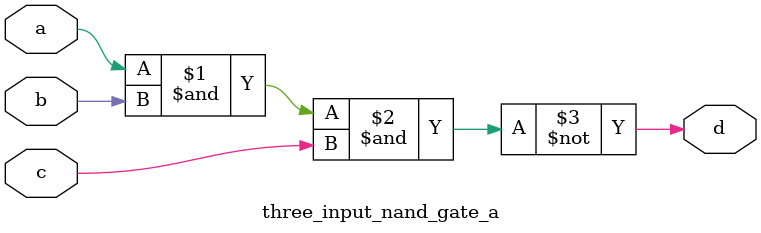
<source format=v>
`timescale 1ns / 1ps

module three_input_nand_gate_a(
    input a,b,c, output d
    );
    assign d = ~(a&b&c);
endmodule

</source>
